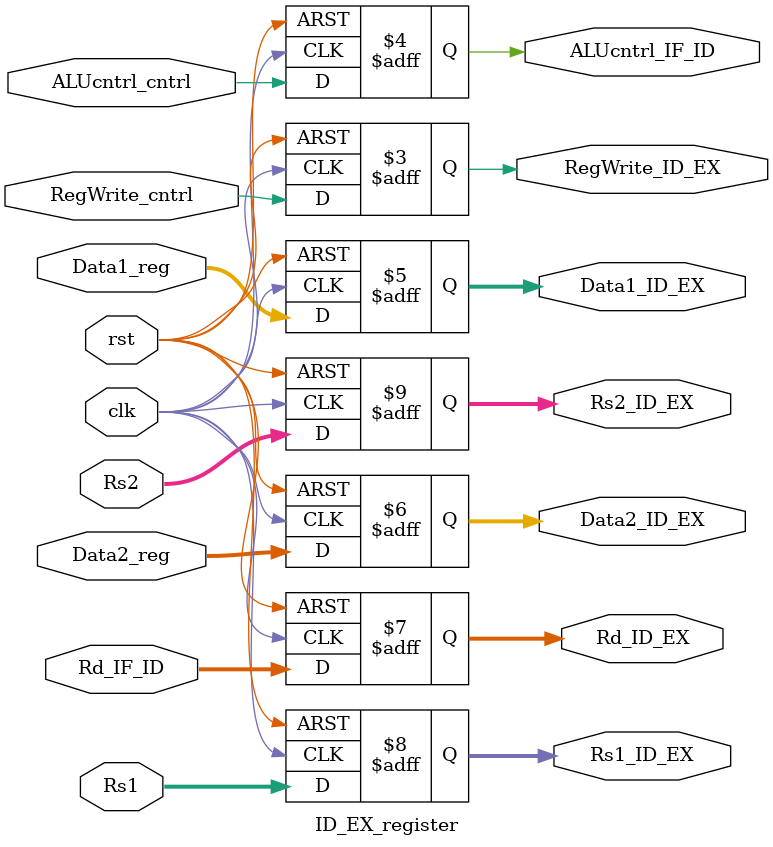
<source format=v>
`timescale 1ns / 1ps

module ID_EX_register(

input RegWrite_cntrl,
input ALUcntrl_cntrl,
input [7:0]Data1_reg,
input [7:0]Data2_reg,
input [2:0] Rd_IF_ID,
input [2:0]Rs1,
input [2:0]Rs2,
input clk,
input rst,
output reg RegWrite_ID_EX,
output reg ALUcntrl_IF_ID,
output reg [7:0]Data1_ID_EX,
output reg [7:0]Data2_ID_EX,
output reg [2:0] Rd_ID_EX,
output reg[2:0]Rs1_ID_EX,
output reg[2:0]Rs2_ID_EX
    );
always@(posedge clk, negedge rst)
if(rst==0)
begin
    RegWrite_ID_EX = 0;
    ALUcntrl_IF_ID = 0;
    Data1_ID_EX = 0;
    Data2_ID_EX = 0;
    Rd_ID_EX = 0;
    Rs1_ID_EX=0;
    Rs2_ID_EX=0; 
end
else
begin
    RegWrite_ID_EX = RegWrite_cntrl;
    ALUcntrl_IF_ID = ALUcntrl_cntrl;
    Data1_ID_EX = Data1_reg;
    Data2_ID_EX = Data2_reg;
    Rd_ID_EX = Rd_IF_ID; 
    Rs1_ID_EX = Rs1;
    Rs2_ID_EX = Rs2;
end
endmodule

</source>
